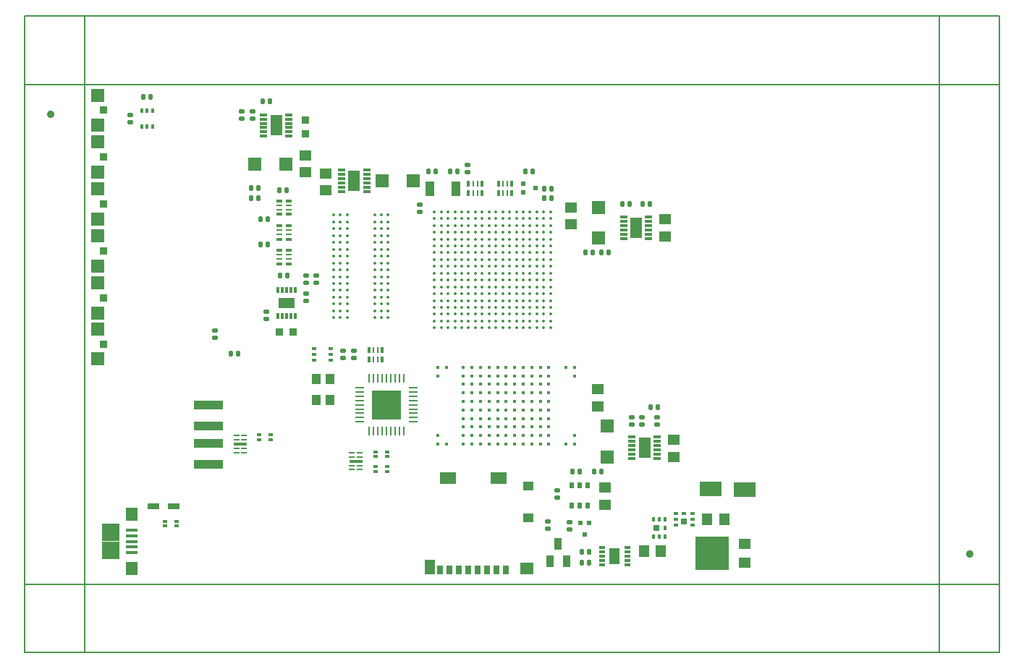
<source format=gtp>
G04 Layer_Color=128*
%FSLAX25Y25*%
%MOIN*%
G70*
G01*
G75*
%ADD12R,0.02362X0.01654*%
%ADD13R,0.05906X0.05906*%
%ADD14R,0.03543X0.03543*%
%ADD15R,0.05315X0.05000*%
%ADD16R,0.03500X0.03500*%
%ADD18R,0.01575X0.01969*%
%ADD20R,0.02362X0.01181*%
%ADD21R,0.02953X0.04331*%
%ADD22R,0.04606X0.07087*%
%ADD23R,0.06102X0.05315*%
%ADD24R,0.04724X0.04331*%
%ADD25R,0.07480X0.05315*%
%ADD26C,0.03500*%
%ADD27R,0.05512X0.06299*%
%ADD28R,0.05669X0.06299*%
%ADD29R,0.07874X0.07874*%
%ADD30R,0.05315X0.01575*%
%ADD31R,0.13780X0.04409*%
%ADD32R,0.03500X0.03500*%
%ADD33R,0.05000X0.05315*%
%ADD34R,0.02658X0.00787*%
%ADD35R,0.06102X0.01575*%
%ADD36R,0.05315X0.02559*%
%ADD39R,0.03543X0.05512*%
%ADD40R,0.01969X0.01969*%
%ADD41R,0.05906X0.05906*%
%ADD42R,0.01969X0.01969*%
%ADD44R,0.01969X0.01575*%
%ADD46R,0.02500X0.01500*%
%ADD47R,0.02500X0.01100*%
%ADD48R,0.01500X0.02500*%
%ADD49R,0.01100X0.02500*%
%ADD50R,0.09843X0.06890*%
%ADD51C,0.01378*%
%ADD52C,0.01772*%
%ADD53R,0.01181X0.03150*%
%ADD56R,0.03347X0.01181*%
%ADD57R,0.03150X0.01181*%
%ADD59R,0.01654X0.02362*%
%ADD60R,0.01102X0.03937*%
%ADD62R,0.03937X0.01102*%
%ADD63R,0.02165X0.03150*%
%ADD64R,0.03937X0.06890*%
%ADD65R,0.04331X0.05118*%
%ADD115C,0.00500*%
%ADD221R,0.05512X0.09449*%
G04:AMPARAMS|DCode=222|XSize=22.64mil|YSize=28.94mil|CornerRadius=6.64mil|HoleSize=0mil|Usage=FLASHONLY|Rotation=90.000|XOffset=0mil|YOffset=0mil|HoleType=Round|Shape=RoundedRectangle|*
%AMROUNDEDRECTD222*
21,1,0.02264,0.01565,0,0,90.0*
21,1,0.00935,0.02894,0,0,90.0*
1,1,0.01329,0.00783,0.00468*
1,1,0.01329,0.00783,-0.00468*
1,1,0.01329,-0.00783,-0.00468*
1,1,0.01329,-0.00783,0.00468*
%
%ADD222ROUNDEDRECTD222*%
G04:AMPARAMS|DCode=223|XSize=22.64mil|YSize=28.94mil|CornerRadius=6.64mil|HoleSize=0mil|Usage=FLASHONLY|Rotation=0.000|XOffset=0mil|YOffset=0mil|HoleType=Round|Shape=RoundedRectangle|*
%AMROUNDEDRECTD223*
21,1,0.02264,0.01565,0,0,0.0*
21,1,0.00935,0.02894,0,0,0.0*
1,1,0.01329,0.00468,-0.00783*
1,1,0.01329,-0.00468,-0.00783*
1,1,0.01329,-0.00468,0.00783*
1,1,0.01329,0.00468,0.00783*
%
%ADD223ROUNDEDRECTD223*%
%ADD224R,0.03150X0.03150*%
%ADD225R,0.01181X0.02165*%
%ADD226R,0.05512X0.05118*%
%ADD227R,0.15748X0.15748*%
%ADD228R,0.03150X0.03150*%
%ADD229R,0.02165X0.01181*%
%ADD230R,0.07795X0.04921*%
%ADD231R,0.04921X0.07795*%
%ADD232R,0.13189X0.13189*%
D12*
X-91142Y103347D02*
D03*
Y105905D02*
D03*
Y108465D02*
D03*
X-83661D02*
D03*
Y105905D02*
D03*
X-83661Y103347D02*
D03*
D13*
X-190945Y117520D02*
D03*
X-190847Y103740D02*
D03*
X-190945Y138779D02*
D03*
X-190846Y125000D02*
D03*
X-190945Y160433D02*
D03*
X-190846Y146653D02*
D03*
X-190945Y182087D02*
D03*
X-190846Y168307D02*
D03*
X-190945Y203740D02*
D03*
X-190846Y189961D02*
D03*
Y211614D02*
D03*
X-190945Y225394D02*
D03*
X-59842Y185827D02*
D03*
X-45669D02*
D03*
X-118504Y193701D02*
D03*
X-104331D02*
D03*
D14*
X-188386Y110630D02*
D03*
X-188386Y131890D02*
D03*
Y153543D02*
D03*
Y175197D02*
D03*
Y196850D02*
D03*
Y218504D02*
D03*
D15*
X70473Y160236D02*
D03*
Y168110D02*
D03*
X74410Y58661D02*
D03*
Y66535D02*
D03*
X39370Y81890D02*
D03*
Y89764D02*
D03*
X-85827Y189370D02*
D03*
Y181496D02*
D03*
X-95276Y189764D02*
D03*
Y197638D02*
D03*
X42913Y44488D02*
D03*
Y36614D02*
D03*
X27165Y173622D02*
D03*
Y165748D02*
D03*
D16*
X-95276Y207480D02*
D03*
Y213779D02*
D03*
D18*
X70276Y29921D02*
D03*
Y22047D02*
D03*
X67716D02*
D03*
X65158Y29921D02*
D03*
X67716D02*
D03*
X65158Y22047D02*
D03*
D20*
X-57578Y54233D02*
D03*
X-62894Y54232D02*
D03*
Y52067D02*
D03*
X-57579D02*
D03*
Y58760D02*
D03*
X-62894D02*
D03*
Y60925D02*
D03*
X-57578Y60926D02*
D03*
X-159744Y29035D02*
D03*
X-159745Y26870D02*
D03*
X-154429Y29035D02*
D03*
Y26870D02*
D03*
X-111122Y66634D02*
D03*
X-116437D02*
D03*
Y68799D02*
D03*
X-111122Y68800D02*
D03*
D21*
X-2756Y6693D02*
D03*
X-7087D02*
D03*
X-11417D02*
D03*
X-15748D02*
D03*
X-20079D02*
D03*
X-24409D02*
D03*
X-28740D02*
D03*
X-33071D02*
D03*
D22*
X-37795Y8071D02*
D03*
D23*
X6791Y7185D02*
D03*
D24*
X7283Y30709D02*
D03*
Y45079D02*
D03*
D25*
X-29429Y48819D02*
D03*
X-6102D02*
D03*
D26*
X210630Y13779D02*
D03*
X-212598Y216535D02*
D03*
D27*
X-175394Y7087D02*
D03*
D28*
Y32283D02*
D03*
D29*
X-184744Y15551D02*
D03*
Y23819D02*
D03*
D30*
X-175197Y14567D02*
D03*
Y17126D02*
D03*
Y24803D02*
D03*
Y22244D02*
D03*
Y19685D02*
D03*
D31*
X-139764Y82677D02*
D03*
Y72835D02*
D03*
Y64961D02*
D03*
Y55118D02*
D03*
D32*
X-107087Y116142D02*
D03*
X-100787D02*
D03*
D33*
X60630Y15354D02*
D03*
X68504D02*
D03*
X89764Y29921D02*
D03*
X97638D02*
D03*
D34*
X-70276Y52756D02*
D03*
Y54724D02*
D03*
Y58661D02*
D03*
Y60630D02*
D03*
X-73819D02*
D03*
Y58661D02*
D03*
Y54724D02*
D03*
Y52756D02*
D03*
X-126969Y60630D02*
D03*
Y62598D02*
D03*
Y68504D02*
D03*
Y66535D02*
D03*
X-123425D02*
D03*
Y68504D02*
D03*
Y62598D02*
D03*
Y60630D02*
D03*
D35*
X-72047Y56693D02*
D03*
X-125197Y64567D02*
D03*
D36*
X-165354Y35827D02*
D03*
X-155905D02*
D03*
D39*
X21260Y18602D02*
D03*
X17323Y10630D02*
D03*
X25197D02*
D03*
D40*
X5118Y184646D02*
D03*
Y180709D02*
D03*
X10630Y182677D02*
D03*
D41*
X39764Y159449D02*
D03*
Y173622D02*
D03*
X43701Y58661D02*
D03*
Y72835D02*
D03*
D42*
X35433Y28346D02*
D03*
X31496D02*
D03*
X33465Y22835D02*
D03*
D44*
X75295Y32480D02*
D03*
X83169D02*
D03*
Y29921D02*
D03*
X75295Y27362D02*
D03*
Y29921D02*
D03*
X83169Y27362D02*
D03*
D46*
X-102953Y170472D02*
D03*
Y176673D02*
D03*
X-107283D02*
D03*
Y170472D02*
D03*
X-102953Y147638D02*
D03*
Y153839D02*
D03*
X-107283D02*
D03*
Y147638D02*
D03*
X-102953Y159055D02*
D03*
Y165256D02*
D03*
X-107283D02*
D03*
Y159055D02*
D03*
D47*
X-102953Y172638D02*
D03*
Y174606D02*
D03*
X-107283D02*
D03*
Y172638D02*
D03*
X-102953Y149803D02*
D03*
Y151772D02*
D03*
X-107283D02*
D03*
Y149803D02*
D03*
X-102953Y161221D02*
D03*
Y163189D02*
D03*
X-107283D02*
D03*
Y161221D02*
D03*
D48*
X-20079Y180118D02*
D03*
X-13878D02*
D03*
Y184449D02*
D03*
X-20079D02*
D03*
X-6299Y180118D02*
D03*
X-98D02*
D03*
Y184449D02*
D03*
X-6299D02*
D03*
X-59842Y107996D02*
D03*
X-66043D02*
D03*
Y103665D02*
D03*
X-59842D02*
D03*
D49*
X-17913Y180118D02*
D03*
X-15945D02*
D03*
Y184449D02*
D03*
X-17913D02*
D03*
X-4134Y180118D02*
D03*
X-2165D02*
D03*
Y184449D02*
D03*
X-4134D02*
D03*
X-62008Y107996D02*
D03*
X-63976D02*
D03*
Y103665D02*
D03*
X-62008D02*
D03*
D50*
X107087Y43701D02*
D03*
X91339Y43799D02*
D03*
D51*
X-35827Y171654D02*
D03*
Y168504D02*
D03*
Y165354D02*
D03*
Y162205D02*
D03*
Y159055D02*
D03*
Y155905D02*
D03*
Y152756D02*
D03*
Y149606D02*
D03*
Y146457D02*
D03*
Y143307D02*
D03*
Y140157D02*
D03*
Y137008D02*
D03*
Y133858D02*
D03*
Y127559D02*
D03*
Y124409D02*
D03*
Y121260D02*
D03*
X-32677Y171654D02*
D03*
Y168504D02*
D03*
Y165354D02*
D03*
Y162205D02*
D03*
Y159055D02*
D03*
Y155905D02*
D03*
Y152756D02*
D03*
Y149606D02*
D03*
Y146457D02*
D03*
Y143307D02*
D03*
Y140157D02*
D03*
Y137008D02*
D03*
Y133858D02*
D03*
Y127559D02*
D03*
Y124409D02*
D03*
Y121260D02*
D03*
X-29528Y171654D02*
D03*
Y168504D02*
D03*
Y165354D02*
D03*
Y162205D02*
D03*
Y159055D02*
D03*
Y155905D02*
D03*
Y152756D02*
D03*
Y149606D02*
D03*
Y146457D02*
D03*
Y143307D02*
D03*
Y140157D02*
D03*
Y137008D02*
D03*
Y133858D02*
D03*
Y130709D02*
D03*
Y127559D02*
D03*
Y124409D02*
D03*
Y121260D02*
D03*
X-26378Y171654D02*
D03*
Y168504D02*
D03*
Y165354D02*
D03*
Y162205D02*
D03*
Y159055D02*
D03*
Y155905D02*
D03*
Y152756D02*
D03*
Y149606D02*
D03*
Y146457D02*
D03*
Y143307D02*
D03*
Y140157D02*
D03*
Y137008D02*
D03*
Y133858D02*
D03*
Y130709D02*
D03*
Y127559D02*
D03*
Y124409D02*
D03*
Y121260D02*
D03*
X-23228Y171654D02*
D03*
Y168504D02*
D03*
Y165354D02*
D03*
Y162205D02*
D03*
Y159055D02*
D03*
Y155905D02*
D03*
Y152756D02*
D03*
Y149606D02*
D03*
Y146457D02*
D03*
Y143307D02*
D03*
Y140157D02*
D03*
Y137008D02*
D03*
Y133858D02*
D03*
Y130709D02*
D03*
Y127559D02*
D03*
Y124409D02*
D03*
Y121260D02*
D03*
X-20079Y171654D02*
D03*
Y168504D02*
D03*
Y165354D02*
D03*
Y162205D02*
D03*
Y159055D02*
D03*
Y155905D02*
D03*
Y152756D02*
D03*
Y149606D02*
D03*
Y146457D02*
D03*
Y143307D02*
D03*
Y140157D02*
D03*
Y137008D02*
D03*
Y133858D02*
D03*
Y130709D02*
D03*
Y127559D02*
D03*
Y124409D02*
D03*
Y121260D02*
D03*
X-16929Y171654D02*
D03*
Y168504D02*
D03*
Y165354D02*
D03*
Y162205D02*
D03*
Y159055D02*
D03*
Y155905D02*
D03*
Y152756D02*
D03*
Y149606D02*
D03*
Y146457D02*
D03*
Y143307D02*
D03*
Y140157D02*
D03*
Y137008D02*
D03*
Y133858D02*
D03*
Y130709D02*
D03*
Y127559D02*
D03*
Y124409D02*
D03*
Y121260D02*
D03*
X-13780Y171654D02*
D03*
Y168504D02*
D03*
Y165354D02*
D03*
Y162205D02*
D03*
Y159055D02*
D03*
Y155905D02*
D03*
Y152756D02*
D03*
Y149606D02*
D03*
Y146457D02*
D03*
Y143307D02*
D03*
Y140157D02*
D03*
Y137008D02*
D03*
Y133858D02*
D03*
Y130709D02*
D03*
Y127559D02*
D03*
Y124409D02*
D03*
Y121260D02*
D03*
X-10630Y171654D02*
D03*
Y168504D02*
D03*
Y165354D02*
D03*
Y162205D02*
D03*
Y159055D02*
D03*
Y155905D02*
D03*
Y152756D02*
D03*
Y149606D02*
D03*
Y146457D02*
D03*
Y143307D02*
D03*
Y140157D02*
D03*
Y137008D02*
D03*
Y133858D02*
D03*
Y130709D02*
D03*
Y127559D02*
D03*
Y124409D02*
D03*
Y121260D02*
D03*
X-7480Y171654D02*
D03*
Y168504D02*
D03*
Y165354D02*
D03*
Y162205D02*
D03*
Y159055D02*
D03*
Y155905D02*
D03*
Y152756D02*
D03*
Y149606D02*
D03*
Y146457D02*
D03*
Y143307D02*
D03*
Y140157D02*
D03*
Y137008D02*
D03*
Y133858D02*
D03*
Y130709D02*
D03*
Y127559D02*
D03*
Y124409D02*
D03*
Y121260D02*
D03*
X-4331Y171654D02*
D03*
Y168504D02*
D03*
Y165354D02*
D03*
Y162205D02*
D03*
Y159055D02*
D03*
Y155905D02*
D03*
Y152756D02*
D03*
Y149606D02*
D03*
Y146457D02*
D03*
Y143307D02*
D03*
Y140157D02*
D03*
Y137008D02*
D03*
Y133858D02*
D03*
Y130709D02*
D03*
Y127559D02*
D03*
Y124409D02*
D03*
Y121260D02*
D03*
X-1181Y171654D02*
D03*
Y168504D02*
D03*
Y165354D02*
D03*
Y162205D02*
D03*
Y159055D02*
D03*
Y155905D02*
D03*
Y152756D02*
D03*
Y149606D02*
D03*
Y146457D02*
D03*
Y143307D02*
D03*
Y140157D02*
D03*
Y137008D02*
D03*
Y133858D02*
D03*
Y130709D02*
D03*
Y127559D02*
D03*
Y124409D02*
D03*
Y121260D02*
D03*
X1969Y171654D02*
D03*
Y168504D02*
D03*
Y165354D02*
D03*
Y162205D02*
D03*
Y159055D02*
D03*
Y155905D02*
D03*
Y152756D02*
D03*
Y149606D02*
D03*
Y146457D02*
D03*
Y143307D02*
D03*
Y140157D02*
D03*
Y137008D02*
D03*
Y133858D02*
D03*
Y130709D02*
D03*
Y127559D02*
D03*
Y124409D02*
D03*
Y121260D02*
D03*
X5118Y171654D02*
D03*
Y168504D02*
D03*
Y165354D02*
D03*
Y162205D02*
D03*
Y159055D02*
D03*
Y155905D02*
D03*
Y152756D02*
D03*
Y149606D02*
D03*
Y146457D02*
D03*
Y143307D02*
D03*
Y140157D02*
D03*
Y137008D02*
D03*
Y133858D02*
D03*
Y130709D02*
D03*
Y127559D02*
D03*
Y124409D02*
D03*
Y121260D02*
D03*
X8268Y171654D02*
D03*
Y168504D02*
D03*
Y165354D02*
D03*
Y162205D02*
D03*
Y159055D02*
D03*
Y155905D02*
D03*
Y152756D02*
D03*
Y149606D02*
D03*
Y146457D02*
D03*
Y143307D02*
D03*
Y140157D02*
D03*
Y137008D02*
D03*
Y133858D02*
D03*
Y130709D02*
D03*
Y127559D02*
D03*
Y124409D02*
D03*
Y121260D02*
D03*
X11417Y171654D02*
D03*
Y168504D02*
D03*
Y165354D02*
D03*
Y162205D02*
D03*
Y159055D02*
D03*
Y155905D02*
D03*
Y152756D02*
D03*
Y149606D02*
D03*
Y146457D02*
D03*
Y143307D02*
D03*
Y140157D02*
D03*
Y137008D02*
D03*
Y133858D02*
D03*
Y130709D02*
D03*
Y127559D02*
D03*
Y124409D02*
D03*
Y121260D02*
D03*
X14567Y171654D02*
D03*
Y168504D02*
D03*
Y165354D02*
D03*
Y162205D02*
D03*
Y159055D02*
D03*
Y155905D02*
D03*
Y152756D02*
D03*
Y149606D02*
D03*
Y146457D02*
D03*
Y143307D02*
D03*
Y140157D02*
D03*
Y137008D02*
D03*
Y133858D02*
D03*
Y130709D02*
D03*
Y127559D02*
D03*
Y124409D02*
D03*
Y121260D02*
D03*
Y118110D02*
D03*
X11417D02*
D03*
X8268D02*
D03*
X5118D02*
D03*
X1969D02*
D03*
X-1181D02*
D03*
X-4331D02*
D03*
X-7480D02*
D03*
X-10630D02*
D03*
X-13780D02*
D03*
X-16929D02*
D03*
X-20079D02*
D03*
X-23228D02*
D03*
X-26378D02*
D03*
X-29528D02*
D03*
X-32677D02*
D03*
X-35827D02*
D03*
X17717D02*
D03*
Y121260D02*
D03*
Y124409D02*
D03*
Y127559D02*
D03*
Y130709D02*
D03*
Y133858D02*
D03*
Y137008D02*
D03*
Y140157D02*
D03*
Y143307D02*
D03*
Y146457D02*
D03*
Y149606D02*
D03*
Y152756D02*
D03*
Y155905D02*
D03*
Y159055D02*
D03*
Y162205D02*
D03*
Y165354D02*
D03*
Y168504D02*
D03*
Y171654D02*
D03*
X-32677Y130709D02*
D03*
X-35827D02*
D03*
X-82284Y170079D02*
D03*
Y166929D02*
D03*
Y163779D02*
D03*
Y160630D02*
D03*
Y157480D02*
D03*
Y154331D02*
D03*
Y151181D02*
D03*
Y148031D02*
D03*
Y144882D02*
D03*
Y141732D02*
D03*
Y138583D02*
D03*
Y135433D02*
D03*
Y132283D02*
D03*
Y129134D02*
D03*
Y125984D02*
D03*
Y122835D02*
D03*
X-79134Y170079D02*
D03*
Y166929D02*
D03*
Y163779D02*
D03*
Y160630D02*
D03*
Y157480D02*
D03*
Y154331D02*
D03*
Y151181D02*
D03*
Y148031D02*
D03*
Y144882D02*
D03*
Y141732D02*
D03*
Y138583D02*
D03*
Y135433D02*
D03*
Y132283D02*
D03*
Y129134D02*
D03*
Y125984D02*
D03*
Y122835D02*
D03*
X-75984Y170079D02*
D03*
Y166929D02*
D03*
Y163779D02*
D03*
Y160630D02*
D03*
Y157480D02*
D03*
Y154331D02*
D03*
Y151181D02*
D03*
Y148031D02*
D03*
Y144882D02*
D03*
Y141732D02*
D03*
Y138583D02*
D03*
Y135433D02*
D03*
Y132283D02*
D03*
Y129134D02*
D03*
Y125984D02*
D03*
Y122835D02*
D03*
X-63386Y170079D02*
D03*
Y166929D02*
D03*
Y163779D02*
D03*
Y160630D02*
D03*
Y157480D02*
D03*
Y154331D02*
D03*
Y151181D02*
D03*
Y148031D02*
D03*
Y144882D02*
D03*
Y141732D02*
D03*
Y138583D02*
D03*
Y135433D02*
D03*
Y132283D02*
D03*
Y129134D02*
D03*
Y125984D02*
D03*
Y122835D02*
D03*
X-60236Y170079D02*
D03*
Y166929D02*
D03*
Y163779D02*
D03*
Y160630D02*
D03*
Y157480D02*
D03*
Y154331D02*
D03*
Y151181D02*
D03*
Y148031D02*
D03*
Y144882D02*
D03*
Y141732D02*
D03*
Y138583D02*
D03*
Y135433D02*
D03*
Y132283D02*
D03*
Y129134D02*
D03*
Y125984D02*
D03*
Y122835D02*
D03*
X-57087Y170079D02*
D03*
Y166929D02*
D03*
Y163779D02*
D03*
Y160630D02*
D03*
Y157480D02*
D03*
Y154331D02*
D03*
Y151181D02*
D03*
Y148031D02*
D03*
Y144882D02*
D03*
Y141732D02*
D03*
Y138583D02*
D03*
Y135433D02*
D03*
Y132283D02*
D03*
Y129134D02*
D03*
Y125984D02*
D03*
Y122835D02*
D03*
D52*
X-34252Y64567D02*
D03*
X-30315D02*
D03*
X-22441D02*
D03*
X-18504D02*
D03*
X-14567D02*
D03*
X-10630D02*
D03*
X-6693D02*
D03*
X-2756D02*
D03*
X1181D02*
D03*
X5118D02*
D03*
X9055D02*
D03*
X12992D02*
D03*
X16929D02*
D03*
X24803D02*
D03*
X28740D02*
D03*
X-34252Y68504D02*
D03*
X-22441D02*
D03*
X-18504D02*
D03*
X-14567D02*
D03*
X-10630D02*
D03*
X-6693D02*
D03*
X-2756D02*
D03*
X1181D02*
D03*
X5118D02*
D03*
X9055D02*
D03*
X12992D02*
D03*
X16929D02*
D03*
X28740D02*
D03*
X-22441Y72441D02*
D03*
X-18504D02*
D03*
X-14567D02*
D03*
X-10630D02*
D03*
X-6693D02*
D03*
X-2756D02*
D03*
X1181D02*
D03*
X5118D02*
D03*
X9055D02*
D03*
X12992D02*
D03*
X16929D02*
D03*
X-22441Y76378D02*
D03*
X-18504D02*
D03*
X-14567D02*
D03*
X-10630D02*
D03*
X-6693D02*
D03*
X-2756D02*
D03*
X1181D02*
D03*
X5118D02*
D03*
X9055D02*
D03*
X12992D02*
D03*
X16929D02*
D03*
X-22441Y80315D02*
D03*
X-18504D02*
D03*
X-14567D02*
D03*
X-10630D02*
D03*
X-6693D02*
D03*
X-2756D02*
D03*
X1181D02*
D03*
X5118D02*
D03*
X9055D02*
D03*
X12992D02*
D03*
X16929D02*
D03*
X-22441Y84252D02*
D03*
X-18504D02*
D03*
X-14567D02*
D03*
X-10630D02*
D03*
X-6693D02*
D03*
X-2756D02*
D03*
X1181D02*
D03*
X5118D02*
D03*
X9055D02*
D03*
X12992D02*
D03*
X16929D02*
D03*
X-22441Y88189D02*
D03*
X-18504D02*
D03*
X-14567D02*
D03*
X-10630D02*
D03*
X-6693D02*
D03*
X-2756D02*
D03*
X1181D02*
D03*
X5118D02*
D03*
X9055D02*
D03*
X12992D02*
D03*
X16929D02*
D03*
X-22441Y92126D02*
D03*
X-18504D02*
D03*
X-14567D02*
D03*
X-10630D02*
D03*
X-6693D02*
D03*
X-2756D02*
D03*
X1181D02*
D03*
X5118D02*
D03*
X9055D02*
D03*
X12992D02*
D03*
X16929D02*
D03*
X-34252Y96063D02*
D03*
X-22441D02*
D03*
X-18504D02*
D03*
X-14567D02*
D03*
X-10630D02*
D03*
X-6693D02*
D03*
X-2756D02*
D03*
X1181D02*
D03*
X5118D02*
D03*
X9055D02*
D03*
X12992D02*
D03*
X16929D02*
D03*
X-34252Y100000D02*
D03*
X-30315D02*
D03*
X-22441D02*
D03*
X-18504D02*
D03*
X-14567D02*
D03*
X-10630D02*
D03*
X-6693D02*
D03*
X-2756D02*
D03*
X1181D02*
D03*
X5118D02*
D03*
X9055D02*
D03*
X12992D02*
D03*
X16929D02*
D03*
X24803D02*
D03*
X28740D02*
D03*
Y96063D02*
D03*
D53*
X-107874Y135433D02*
D03*
X-105905D02*
D03*
X-103937D02*
D03*
X-101969D02*
D03*
X-100000D02*
D03*
Y123622D02*
D03*
X-101969D02*
D03*
X-103937D02*
D03*
X-105905D02*
D03*
X-107874D02*
D03*
D56*
X51279Y169095D02*
D03*
Y167126D02*
D03*
Y165157D02*
D03*
Y163189D02*
D03*
Y161221D02*
D03*
Y159252D02*
D03*
X62845Y159252D02*
D03*
Y161221D02*
D03*
Y163189D02*
D03*
Y165157D02*
D03*
Y167126D02*
D03*
Y169095D02*
D03*
X55216Y67913D02*
D03*
Y65945D02*
D03*
Y63976D02*
D03*
Y62008D02*
D03*
Y60039D02*
D03*
Y58071D02*
D03*
X66782Y58071D02*
D03*
Y60039D02*
D03*
Y62008D02*
D03*
Y63976D02*
D03*
Y65945D02*
D03*
Y67913D02*
D03*
X-67028Y180905D02*
D03*
Y182874D02*
D03*
Y184843D02*
D03*
Y186811D02*
D03*
Y188779D02*
D03*
Y190748D02*
D03*
X-78592Y190748D02*
D03*
Y188779D02*
D03*
Y186811D02*
D03*
Y184843D02*
D03*
Y182874D02*
D03*
Y180905D02*
D03*
X-114469Y216339D02*
D03*
Y214370D02*
D03*
Y212402D02*
D03*
Y210433D02*
D03*
Y208465D02*
D03*
Y206496D02*
D03*
X-102903Y206496D02*
D03*
Y208465D02*
D03*
Y210433D02*
D03*
Y212402D02*
D03*
Y214370D02*
D03*
Y216339D02*
D03*
D57*
X53150Y16929D02*
D03*
Y14961D02*
D03*
Y12992D02*
D03*
Y11024D02*
D03*
Y9055D02*
D03*
X41339D02*
D03*
Y11024D02*
D03*
Y12992D02*
D03*
Y14961D02*
D03*
Y16929D02*
D03*
D59*
X-170669Y218307D02*
D03*
X-168110D02*
D03*
X-165551D02*
D03*
Y210827D02*
D03*
X-168110D02*
D03*
X-170669Y210827D02*
D03*
D60*
X-51968Y70473D02*
D03*
X-53937D02*
D03*
X-55905D02*
D03*
X-57874D02*
D03*
X-59842D02*
D03*
X-61811D02*
D03*
X-63779D02*
D03*
X-65748D02*
D03*
X-50000D02*
D03*
Y94882D02*
D03*
X-51968D02*
D03*
X-53937D02*
D03*
X-55905D02*
D03*
X-57874D02*
D03*
X-59842D02*
D03*
X-61811Y94882D02*
D03*
X-63779D02*
D03*
X-65748D02*
D03*
D62*
X-45669Y86614D02*
D03*
Y84646D02*
D03*
Y82677D02*
D03*
Y80709D02*
D03*
Y78740D02*
D03*
Y76772D02*
D03*
Y74803D02*
D03*
Y88583D02*
D03*
X-45669Y90551D02*
D03*
X-70079Y88583D02*
D03*
Y86614D02*
D03*
Y84646D02*
D03*
Y82677D02*
D03*
X-70079Y90551D02*
D03*
X-70079Y74803D02*
D03*
Y76772D02*
D03*
Y78740D02*
D03*
Y80709D02*
D03*
D63*
X31102Y36220D02*
D03*
X27362D02*
D03*
X34843D02*
D03*
Y45669D02*
D03*
X27362D02*
D03*
X31102D02*
D03*
D64*
X-37795Y182283D02*
D03*
X-25984D02*
D03*
D65*
X-90256Y85039D02*
D03*
Y94488D02*
D03*
X-83760D02*
D03*
Y85039D02*
D03*
D115*
X224409Y230315D02*
Y261811D01*
X-196851Y230315D02*
X196850D01*
Y261811D02*
X224409D01*
X196850Y230315D02*
X224410D01*
X196850D02*
Y261811D01*
X-196851Y230315D02*
X132283D01*
X-224409Y230315D02*
Y261811D01*
Y230315D02*
X-196850D01*
X-196850Y230315D02*
Y261811D01*
X-224410Y261811D02*
X-193307D01*
X-196851Y261811D02*
X196850D01*
X224410Y-31496D02*
Y-0D01*
X196851Y0D02*
X224410D01*
X224410Y0D01*
X196851Y-31496D02*
Y-0D01*
Y-31496D02*
X224410D01*
X224410Y0D02*
X224410Y-0D01*
X-224409Y-31496D02*
X-196850D01*
X-224409D02*
Y-0D01*
X-196850D01*
Y-31496D02*
Y-0D01*
Y-31496D02*
X196851D01*
X-196850Y0D02*
X196851D01*
X-224409Y250000D02*
X-224409Y-31496D01*
X196850Y250000D02*
X196851Y-19685D01*
X224410Y250000D02*
X224410Y-19685D01*
X-196850Y-31496D02*
Y250000D01*
D221*
X57087Y164173D02*
D03*
X61024Y62992D02*
D03*
X-72835Y185827D02*
D03*
X-108661Y211417D02*
D03*
D222*
X-175984Y212795D02*
D03*
Y216142D02*
D03*
X-113386Y122343D02*
D03*
Y125689D02*
D03*
X-90158Y138878D02*
D03*
Y142224D02*
D03*
X-124409Y214469D02*
D03*
Y217815D02*
D03*
X-72835Y104232D02*
D03*
Y107579D02*
D03*
X-94882Y130610D02*
D03*
Y133957D02*
D03*
Y138878D02*
D03*
Y142224D02*
D03*
X-42520Y171555D02*
D03*
Y174902D02*
D03*
X20866Y40059D02*
D03*
Y43406D02*
D03*
X55118Y73524D02*
D03*
Y76870D02*
D03*
X59842D02*
D03*
Y73524D02*
D03*
X66929Y76870D02*
D03*
Y73524D02*
D03*
X-119685Y217815D02*
D03*
Y214469D02*
D03*
X16535Y25492D02*
D03*
Y28839D02*
D03*
X-77953Y104232D02*
D03*
Y107579D02*
D03*
X26378Y28445D02*
D03*
Y25098D02*
D03*
X-137008Y117028D02*
D03*
Y113681D02*
D03*
X-20472Y190059D02*
D03*
Y193405D02*
D03*
D223*
X14862Y177953D02*
D03*
X18209D02*
D03*
X-129626Y106201D02*
D03*
X-126279D02*
D03*
X-38681Y190157D02*
D03*
X-35335D02*
D03*
X-25098D02*
D03*
X-28445D02*
D03*
X-106791Y142126D02*
D03*
X-103445D02*
D03*
X-112500Y168110D02*
D03*
X-115847D02*
D03*
X-112500Y156693D02*
D03*
X-115847D02*
D03*
X-107185Y181496D02*
D03*
X-103839D02*
D03*
X37106Y152756D02*
D03*
X33760D02*
D03*
X31201Y51968D02*
D03*
X27854D02*
D03*
X-116831Y177953D02*
D03*
X-120177D02*
D03*
X9547Y190157D02*
D03*
X6201D02*
D03*
X14862Y182283D02*
D03*
X18209D02*
D03*
X32185Y14961D02*
D03*
X35531D02*
D03*
X32185Y9843D02*
D03*
X35531D02*
D03*
X44587Y152756D02*
D03*
X41240D02*
D03*
X50689Y175197D02*
D03*
X54035D02*
D03*
X60138D02*
D03*
X63484D02*
D03*
X41043Y51968D02*
D03*
X37697D02*
D03*
X-120177Y182677D02*
D03*
X-116831D02*
D03*
X-115059Y222441D02*
D03*
X-111713D02*
D03*
X63681Y81496D02*
D03*
X67028D02*
D03*
X-166437Y224410D02*
D03*
X-169783D02*
D03*
D224*
X66535Y25984D02*
D03*
D225*
X70276D02*
D03*
D226*
X107087Y18504D02*
D03*
Y9843D02*
D03*
D227*
X92126Y14173D02*
D03*
D228*
X79232Y28740D02*
D03*
D229*
Y32480D02*
D03*
D230*
X-103937Y129528D02*
D03*
D231*
X47244Y12992D02*
D03*
D232*
X-57874Y82677D02*
D03*
M02*

</source>
